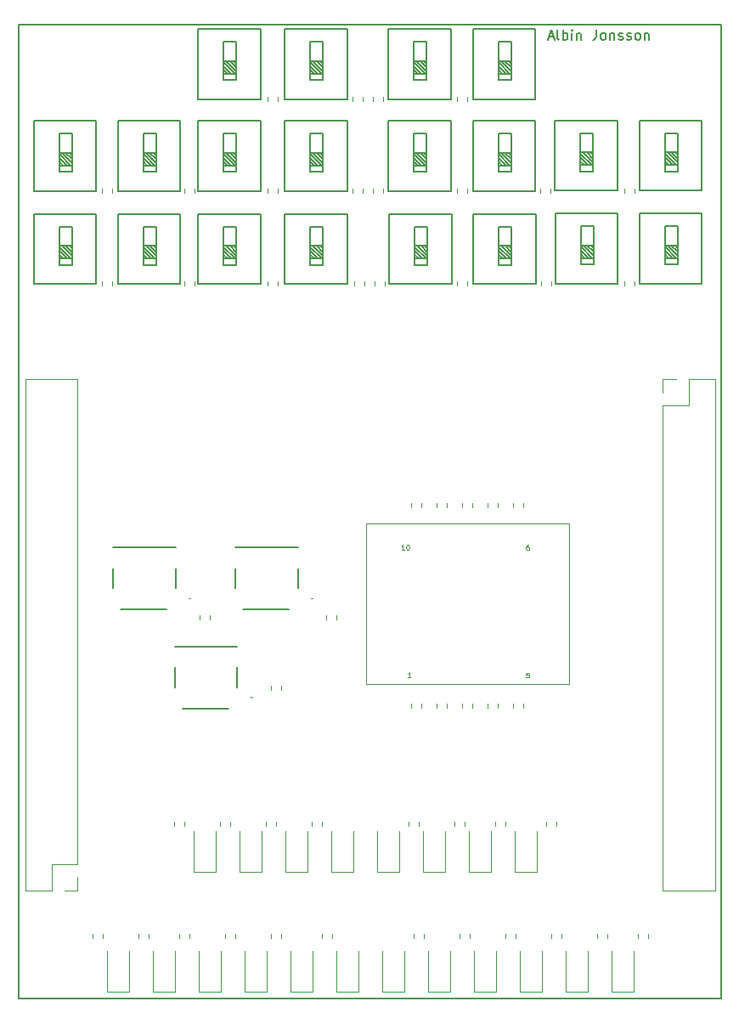
<source format=gbr>
%TF.GenerationSoftware,KiCad,Pcbnew,(6.0.2)*%
%TF.CreationDate,2022-03-31T22:04:23+02:00*%
%TF.ProjectId,ba_nano_version_2,62615f6e-616e-46f5-9f76-657273696f6e,rev?*%
%TF.SameCoordinates,Original*%
%TF.FileFunction,Legend,Top*%
%TF.FilePolarity,Positive*%
%FSLAX46Y46*%
G04 Gerber Fmt 4.6, Leading zero omitted, Abs format (unit mm)*
G04 Created by KiCad (PCBNEW (6.0.2)) date 2022-03-31 22:04:23*
%MOMM*%
%LPD*%
G01*
G04 APERTURE LIST*
%ADD10C,0.150000*%
%TA.AperFunction,Profile*%
%ADD11C,0.200000*%
%TD*%
%ADD12C,0.100000*%
%ADD13C,0.200000*%
%ADD14C,0.120000*%
G04 APERTURE END LIST*
D10*
X152476190Y-54166666D02*
X152952380Y-54166666D01*
X152380952Y-54452380D02*
X152714285Y-53452380D01*
X153047619Y-54452380D01*
X153523809Y-54452380D02*
X153428571Y-54404761D01*
X153380952Y-54309523D01*
X153380952Y-53452380D01*
X153904761Y-54452380D02*
X153904761Y-53452380D01*
X153904761Y-53833333D02*
X154000000Y-53785714D01*
X154190476Y-53785714D01*
X154285714Y-53833333D01*
X154333333Y-53880952D01*
X154380952Y-53976190D01*
X154380952Y-54261904D01*
X154333333Y-54357142D01*
X154285714Y-54404761D01*
X154190476Y-54452380D01*
X154000000Y-54452380D01*
X153904761Y-54404761D01*
X154809523Y-54452380D02*
X154809523Y-53785714D01*
X154809523Y-53452380D02*
X154761904Y-53500000D01*
X154809523Y-53547619D01*
X154857142Y-53500000D01*
X154809523Y-53452380D01*
X154809523Y-53547619D01*
X155285714Y-53785714D02*
X155285714Y-54452380D01*
X155285714Y-53880952D02*
X155333333Y-53833333D01*
X155428571Y-53785714D01*
X155571428Y-53785714D01*
X155666666Y-53833333D01*
X155714285Y-53928571D01*
X155714285Y-54452380D01*
X157238095Y-53452380D02*
X157238095Y-54166666D01*
X157190476Y-54309523D01*
X157095238Y-54404761D01*
X156952380Y-54452380D01*
X156857142Y-54452380D01*
X157857142Y-54452380D02*
X157761904Y-54404761D01*
X157714285Y-54357142D01*
X157666666Y-54261904D01*
X157666666Y-53976190D01*
X157714285Y-53880952D01*
X157761904Y-53833333D01*
X157857142Y-53785714D01*
X158000000Y-53785714D01*
X158095238Y-53833333D01*
X158142857Y-53880952D01*
X158190476Y-53976190D01*
X158190476Y-54261904D01*
X158142857Y-54357142D01*
X158095238Y-54404761D01*
X158000000Y-54452380D01*
X157857142Y-54452380D01*
X158619047Y-53785714D02*
X158619047Y-54452380D01*
X158619047Y-53880952D02*
X158666666Y-53833333D01*
X158761904Y-53785714D01*
X158904761Y-53785714D01*
X159000000Y-53833333D01*
X159047619Y-53928571D01*
X159047619Y-54452380D01*
X159476190Y-54404761D02*
X159571428Y-54452380D01*
X159761904Y-54452380D01*
X159857142Y-54404761D01*
X159904761Y-54309523D01*
X159904761Y-54261904D01*
X159857142Y-54166666D01*
X159761904Y-54119047D01*
X159619047Y-54119047D01*
X159523809Y-54071428D01*
X159476190Y-53976190D01*
X159476190Y-53928571D01*
X159523809Y-53833333D01*
X159619047Y-53785714D01*
X159761904Y-53785714D01*
X159857142Y-53833333D01*
X160285714Y-54404761D02*
X160380952Y-54452380D01*
X160571428Y-54452380D01*
X160666666Y-54404761D01*
X160714285Y-54309523D01*
X160714285Y-54261904D01*
X160666666Y-54166666D01*
X160571428Y-54119047D01*
X160428571Y-54119047D01*
X160333333Y-54071428D01*
X160285714Y-53976190D01*
X160285714Y-53928571D01*
X160333333Y-53833333D01*
X160428571Y-53785714D01*
X160571428Y-53785714D01*
X160666666Y-53833333D01*
X161285714Y-54452380D02*
X161190476Y-54404761D01*
X161142857Y-54357142D01*
X161095238Y-54261904D01*
X161095238Y-53976190D01*
X161142857Y-53880952D01*
X161190476Y-53833333D01*
X161285714Y-53785714D01*
X161428571Y-53785714D01*
X161523809Y-53833333D01*
X161571428Y-53880952D01*
X161619047Y-53976190D01*
X161619047Y-54261904D01*
X161571428Y-54357142D01*
X161523809Y-54404761D01*
X161428571Y-54452380D01*
X161285714Y-54452380D01*
X162047619Y-53785714D02*
X162047619Y-54452380D01*
X162047619Y-53880952D02*
X162095238Y-53833333D01*
X162190476Y-53785714D01*
X162333333Y-53785714D01*
X162428571Y-53833333D01*
X162476190Y-53928571D01*
X162476190Y-54452380D01*
D11*
X169658181Y-52980345D02*
X169658181Y-149982945D01*
X99655781Y-149982945D02*
X99655781Y-52980345D01*
X169658181Y-149982945D02*
X99655781Y-149982945D01*
X99655781Y-52980345D02*
X169658181Y-52980345D01*
D12*
%TO.C,U1*%
X150512447Y-117505990D02*
X150274352Y-117505990D01*
X150250542Y-117744085D01*
X150274352Y-117720276D01*
X150321971Y-117696466D01*
X150441019Y-117696466D01*
X150488638Y-117720276D01*
X150512447Y-117744085D01*
X150536257Y-117791704D01*
X150536257Y-117910752D01*
X150512447Y-117958371D01*
X150488638Y-117982180D01*
X150441019Y-118005990D01*
X150321971Y-118005990D01*
X150274352Y-117982180D01*
X150250542Y-117958371D01*
X150488638Y-104780590D02*
X150393400Y-104780590D01*
X150345780Y-104804400D01*
X150321971Y-104828209D01*
X150274352Y-104899638D01*
X150250542Y-104994876D01*
X150250542Y-105185352D01*
X150274352Y-105232971D01*
X150298161Y-105256780D01*
X150345780Y-105280590D01*
X150441019Y-105280590D01*
X150488638Y-105256780D01*
X150512447Y-105232971D01*
X150536257Y-105185352D01*
X150536257Y-105066304D01*
X150512447Y-105018685D01*
X150488638Y-104994876D01*
X150441019Y-104971066D01*
X150345780Y-104971066D01*
X150298161Y-104994876D01*
X150274352Y-105018685D01*
X150250542Y-105066304D01*
X138725257Y-117955190D02*
X138439542Y-117955190D01*
X138582400Y-117955190D02*
X138582400Y-117455190D01*
X138534780Y-117526619D01*
X138487161Y-117574238D01*
X138439542Y-117598047D01*
X138106161Y-105255190D02*
X137820447Y-105255190D01*
X137963304Y-105255190D02*
X137963304Y-104755190D01*
X137915685Y-104826619D01*
X137868066Y-104874238D01*
X137820447Y-104898047D01*
X138415685Y-104755190D02*
X138463304Y-104755190D01*
X138510923Y-104779000D01*
X138534733Y-104802809D01*
X138558542Y-104850428D01*
X138582352Y-104945666D01*
X138582352Y-105064714D01*
X138558542Y-105159952D01*
X138534733Y-105207571D01*
X138510923Y-105231380D01*
X138463304Y-105255190D01*
X138415685Y-105255190D01*
X138368066Y-105231380D01*
X138344257Y-105207571D01*
X138320447Y-105159952D01*
X138296638Y-105064714D01*
X138296638Y-104945666D01*
X138320447Y-104850428D01*
X138344257Y-104802809D01*
X138368066Y-104779000D01*
X138415685Y-104755190D01*
D13*
%TO.C,S3*%
X114393000Y-111209000D02*
X109793000Y-111209000D01*
X115293000Y-107109000D02*
X115293000Y-109109000D01*
X109093000Y-107109000D02*
X109093000Y-109109000D01*
X109093000Y-105009000D02*
X115293000Y-105009000D01*
D12*
X116643000Y-110109000D02*
X116643000Y-110109000D01*
X116743000Y-110109000D02*
X116743000Y-110109000D01*
X116643000Y-110109000D02*
G75*
G03*
X116743000Y-110109000I50000J0D01*
G01*
X116743000Y-110109000D02*
G75*
G03*
X116643000Y-110109000I-50000J0D01*
G01*
D13*
%TO.C,S2*%
X120564000Y-121083000D02*
X115964000Y-121083000D01*
X121464000Y-116983000D02*
X121464000Y-118983000D01*
X115264000Y-116983000D02*
X115264000Y-118983000D01*
X115264000Y-114883000D02*
X121464000Y-114883000D01*
D12*
X122814000Y-119983000D02*
X122814000Y-119983000D01*
X122914000Y-119983000D02*
X122914000Y-119983000D01*
X122814000Y-119983000D02*
G75*
G03*
X122914000Y-119983000I50000J0D01*
G01*
X122914000Y-119983000D02*
G75*
G03*
X122814000Y-119983000I-50000J0D01*
G01*
D13*
%TO.C,S1*%
X126585000Y-111209000D02*
X121985000Y-111209000D01*
X127485000Y-107109000D02*
X127485000Y-109109000D01*
X121285000Y-107109000D02*
X121285000Y-109109000D01*
X121285000Y-105009000D02*
X127485000Y-105009000D01*
D12*
X128835000Y-110109000D02*
X128835000Y-110109000D01*
X128935000Y-110109000D02*
X128935000Y-110109000D01*
X128835000Y-110109000D02*
G75*
G03*
X128935000Y-110109000I50000J0D01*
G01*
X128935000Y-110109000D02*
G75*
G03*
X128835000Y-110109000I-50000J0D01*
G01*
D14*
%TO.C,R53*%
X124790000Y-118817500D02*
X124790000Y-119257500D01*
X125810000Y-118817500D02*
X125810000Y-119257500D01*
%TO.C,R52*%
X130290000Y-112220000D02*
X130290000Y-111780000D01*
X131310000Y-112220000D02*
X131310000Y-111780000D01*
%TO.C,R51*%
X118710000Y-112220000D02*
X118710000Y-111780000D01*
X117690000Y-112220000D02*
X117690000Y-111780000D01*
%TO.C,R50*%
X148969000Y-120997000D02*
X148969000Y-120557000D01*
X149989000Y-120997000D02*
X149989000Y-120557000D01*
%TO.C,R49*%
X149989000Y-101058000D02*
X149989000Y-100618000D01*
X148969000Y-101058000D02*
X148969000Y-100618000D01*
%TO.C,R48*%
X146429000Y-120997000D02*
X146429000Y-120557000D01*
X147449000Y-120997000D02*
X147449000Y-120557000D01*
%TO.C,R47*%
X146429000Y-101058000D02*
X146429000Y-100618000D01*
X147449000Y-101058000D02*
X147449000Y-100618000D01*
%TO.C,R46*%
X143889000Y-120997000D02*
X143889000Y-120557000D01*
X144909000Y-120997000D02*
X144909000Y-120557000D01*
%TO.C,R45*%
X143889000Y-101058000D02*
X143889000Y-100618000D01*
X144909000Y-101058000D02*
X144909000Y-100618000D01*
%TO.C,R44*%
X141349000Y-120997000D02*
X141349000Y-120557000D01*
X142369000Y-120997000D02*
X142369000Y-120557000D01*
%TO.C,R43*%
X142369000Y-101058000D02*
X142369000Y-100618000D01*
X141349000Y-101058000D02*
X141349000Y-100618000D01*
%TO.C,R42*%
X138809000Y-120997000D02*
X138809000Y-120557000D01*
X139829000Y-120997000D02*
X139829000Y-120557000D01*
%TO.C,R41*%
X139829000Y-101058000D02*
X139829000Y-100618000D01*
X138809000Y-101058000D02*
X138809000Y-100618000D01*
%TO.C,U1*%
X134299000Y-102617000D02*
X154499000Y-102617000D01*
X154499000Y-102617000D02*
X154499000Y-118617000D01*
X154499000Y-118617000D02*
X134299000Y-118617000D01*
X134299000Y-118617000D02*
X134299000Y-102617000D01*
%TO.C,D9*%
X145019800Y-145212000D02*
X145019800Y-149312000D01*
X145019800Y-149312000D02*
X147209800Y-149312000D01*
X147209800Y-149312000D02*
X147209800Y-145212000D01*
%TO.C,R8*%
X143572800Y-143544000D02*
X143572800Y-143984000D01*
X144592800Y-143544000D02*
X144592800Y-143984000D01*
%TO.C,D20*%
X149083795Y-137363992D02*
X151273795Y-137363992D01*
X151273795Y-137363992D02*
X151273795Y-133263992D01*
X149083795Y-133263992D02*
X149083795Y-137363992D01*
%TO.C,R20*%
X153228800Y-132368000D02*
X153228800Y-132808000D01*
X152208800Y-132368000D02*
X152208800Y-132808000D01*
%TO.C,R3*%
X116652800Y-143544000D02*
X116652800Y-143984000D01*
X115632800Y-143544000D02*
X115632800Y-143984000D01*
%TO.C,D5*%
X128921800Y-149312000D02*
X128921800Y-145212000D01*
X126731800Y-149312000D02*
X128921800Y-149312000D01*
X126731800Y-145212000D02*
X126731800Y-149312000D01*
%TO.C,R34*%
X152783000Y-78960000D02*
X152783000Y-78520000D01*
X151763000Y-78960000D02*
X151763000Y-78520000D01*
%TO.C,R7*%
X139000800Y-143544000D02*
X139000800Y-143984000D01*
X140020800Y-143544000D02*
X140020800Y-143984000D01*
%TO.C,R1*%
X106996800Y-143544000D02*
X106996800Y-143984000D01*
X108016800Y-143544000D02*
X108016800Y-143984000D01*
%TO.C,R10*%
X153736800Y-143544000D02*
X153736800Y-143984000D01*
X152716800Y-143544000D02*
X152716800Y-143984000D01*
D10*
%TO.C,SW20*%
X107387420Y-71790560D02*
X107387420Y-78775560D01*
X104085420Y-76235560D02*
X103704420Y-75854560D01*
X104847420Y-76235560D02*
X103704420Y-75092560D01*
X101164420Y-78775560D02*
X101164420Y-71790560D01*
X103704420Y-76235560D02*
X104974420Y-76235560D01*
X101164420Y-71790560D02*
X107387420Y-71790560D01*
X103704420Y-74965560D02*
X104974420Y-74965560D01*
X104974420Y-73060560D02*
X104974420Y-76870560D01*
X104974420Y-75600560D02*
X104339420Y-74965560D01*
X107387420Y-78775560D02*
X101164420Y-78775560D01*
X104974420Y-76870560D02*
X103704420Y-76870560D01*
X104466420Y-76235560D02*
X103704420Y-75473560D01*
X104974420Y-75981560D02*
X103958420Y-74965560D01*
X104974420Y-75219560D02*
X104720420Y-74965560D01*
X103704420Y-76870560D02*
X103704420Y-73060560D01*
X103704420Y-73060560D02*
X104974420Y-73060560D01*
D14*
%TO.C,D19*%
X144511795Y-137363992D02*
X146701795Y-137363992D01*
X146701795Y-137363992D02*
X146701795Y-133263992D01*
X144511795Y-133263992D02*
X144511795Y-137363992D01*
%TO.C,D12*%
X158735800Y-145212000D02*
X158735800Y-149312000D01*
X158735800Y-149312000D02*
X160925800Y-149312000D01*
X160925800Y-149312000D02*
X160925800Y-145212000D01*
D10*
%TO.C,SW14*%
X155695680Y-73025000D02*
X156965680Y-73025000D01*
X155695680Y-76835000D02*
X155695680Y-73025000D01*
X156838680Y-76200000D02*
X155695680Y-75057000D01*
X156965680Y-75565000D02*
X156330680Y-74930000D01*
X156965680Y-73025000D02*
X156965680Y-76835000D01*
X156965680Y-75946000D02*
X155949680Y-74930000D01*
X156076680Y-76200000D02*
X155695680Y-75819000D01*
X153155680Y-78740000D02*
X153155680Y-71755000D01*
X156965680Y-76835000D02*
X155695680Y-76835000D01*
X156457680Y-76200000D02*
X155695680Y-75438000D01*
X155695680Y-76200000D02*
X156965680Y-76200000D01*
X153155680Y-71755000D02*
X159378680Y-71755000D01*
X159378680Y-71755000D02*
X159378680Y-78740000D01*
X156965680Y-75184000D02*
X156711680Y-74930000D01*
X155695680Y-74930000D02*
X156965680Y-74930000D01*
X159378680Y-78740000D02*
X153155680Y-78740000D01*
D14*
%TO.C,R35*%
X144401000Y-78960000D02*
X144401000Y-78520000D01*
X143381000Y-78960000D02*
X143381000Y-78520000D01*
%TO.C,R31*%
X116203000Y-69689000D02*
X116203000Y-69249000D01*
X117223000Y-69689000D02*
X117223000Y-69249000D01*
%TO.C,D2*%
X113015800Y-145212000D02*
X113015800Y-149312000D01*
X115205800Y-149312000D02*
X115205800Y-145212000D01*
X113015800Y-149312000D02*
X115205800Y-149312000D01*
%TO.C,R36*%
X135126000Y-78960000D02*
X135126000Y-78520000D01*
X136146000Y-78960000D02*
X136146000Y-78520000D01*
%TO.C,R5*%
X124776800Y-143544000D02*
X124776800Y-143984000D01*
X125796800Y-143544000D02*
X125796800Y-143984000D01*
%TO.C,R21*%
X143381000Y-60545000D02*
X143381000Y-60105000D01*
X144401000Y-60545000D02*
X144401000Y-60105000D01*
%TO.C,R38*%
X124458000Y-78960000D02*
X124458000Y-78520000D01*
X125478000Y-78960000D02*
X125478000Y-78520000D01*
D10*
%TO.C,SW19*%
X109556580Y-78775560D02*
X109556580Y-71790560D01*
X113366580Y-75219560D02*
X113112580Y-74965560D01*
X112477580Y-76235560D02*
X112096580Y-75854560D01*
X112096580Y-76870560D02*
X112096580Y-73060560D01*
X113366580Y-75981560D02*
X112350580Y-74965560D01*
X115779580Y-71790560D02*
X115779580Y-78775560D01*
X115779580Y-78775560D02*
X109556580Y-78775560D01*
X113239580Y-76235560D02*
X112096580Y-75092560D01*
X113366580Y-73060560D02*
X113366580Y-76870560D01*
X112096580Y-73060560D02*
X113366580Y-73060560D01*
X113366580Y-76870560D02*
X112096580Y-76870560D01*
X113366580Y-75600560D02*
X112731580Y-74965560D01*
X109556580Y-71790560D02*
X115779580Y-71790560D01*
X112858580Y-76235560D02*
X112096580Y-75473560D01*
X112096580Y-74965560D02*
X113366580Y-74965560D01*
X112096580Y-76235560D02*
X113366580Y-76235560D01*
D14*
%TO.C,R23*%
X133987000Y-60545000D02*
X133987000Y-60105000D01*
X132967000Y-60545000D02*
X132967000Y-60105000D01*
D10*
%TO.C,SW10*%
X121339640Y-67624960D02*
X120069640Y-67624960D01*
X120069640Y-67624960D02*
X120069640Y-63814960D01*
X120069640Y-66989960D02*
X121339640Y-66989960D01*
X121212640Y-66989960D02*
X120069640Y-65846960D01*
X117529640Y-62544960D02*
X123752640Y-62544960D01*
X120069640Y-63814960D02*
X121339640Y-63814960D01*
X120069640Y-65719960D02*
X121339640Y-65719960D01*
X123752640Y-69529960D02*
X117529640Y-69529960D01*
X123752640Y-62544960D02*
X123752640Y-69529960D01*
X117529640Y-69529960D02*
X117529640Y-62544960D01*
X121339640Y-63814960D02*
X121339640Y-67624960D01*
X121339640Y-65973960D02*
X121085640Y-65719960D01*
X121339640Y-66354960D02*
X120704640Y-65719960D01*
X120831640Y-66989960D02*
X120069640Y-66227960D01*
X121339640Y-66735960D02*
X120323640Y-65719960D01*
X120450640Y-66989960D02*
X120069640Y-66608960D01*
D14*
%TO.C,R4*%
X121224800Y-143544000D02*
X121224800Y-143984000D01*
X120204800Y-143544000D02*
X120204800Y-143984000D01*
%TO.C,D1*%
X110633800Y-149312000D02*
X110633800Y-145212000D01*
X108443800Y-145212000D02*
X108443800Y-149312000D01*
X108443800Y-149312000D02*
X110633800Y-149312000D01*
%TO.C,R28*%
X134999000Y-69689000D02*
X134999000Y-69249000D01*
X136019000Y-69689000D02*
X136019000Y-69249000D01*
%TO.C,R33*%
X161038000Y-78960000D02*
X161038000Y-78520000D01*
X160018000Y-78960000D02*
X160018000Y-78520000D01*
%TO.C,R17*%
X138492800Y-132368000D02*
X138492800Y-132808000D01*
X139512800Y-132368000D02*
X139512800Y-132808000D01*
%TO.C,R11*%
X157288800Y-143544000D02*
X157288800Y-143984000D01*
X158308800Y-143544000D02*
X158308800Y-143984000D01*
%TO.C,R14*%
X119696800Y-132368000D02*
X119696800Y-132808000D01*
X120716800Y-132368000D02*
X120716800Y-132808000D01*
%TO.C,R18*%
X144084800Y-132368000D02*
X144084800Y-132808000D01*
X143064800Y-132368000D02*
X143064800Y-132808000D01*
%TO.C,D13*%
X119269800Y-137363992D02*
X119269800Y-133263992D01*
X117079800Y-137363992D02*
X119269800Y-137363992D01*
X117079800Y-133263992D02*
X117079800Y-137363992D01*
D10*
%TO.C,SW18*%
X121339640Y-73060560D02*
X121339640Y-76870560D01*
X121339640Y-75981560D02*
X120323640Y-74965560D01*
X120831640Y-76235560D02*
X120069640Y-75473560D01*
X120069640Y-76870560D02*
X120069640Y-73060560D01*
X120069640Y-74965560D02*
X121339640Y-74965560D01*
X123752640Y-71790560D02*
X123752640Y-78775560D01*
X121212640Y-76235560D02*
X120069640Y-75092560D01*
X120450640Y-76235560D02*
X120069640Y-75854560D01*
X120069640Y-76235560D02*
X121339640Y-76235560D01*
X121339640Y-76870560D02*
X120069640Y-76870560D01*
X121339640Y-75600560D02*
X120704640Y-74965560D01*
X123752640Y-78775560D02*
X117529640Y-78775560D01*
X117529640Y-71790560D02*
X123752640Y-71790560D01*
X117529640Y-78775560D02*
X117529640Y-71790560D01*
X121339640Y-75219560D02*
X121085640Y-74965560D01*
X120069640Y-73060560D02*
X121339640Y-73060560D01*
%TO.C,SW3*%
X129096800Y-57845960D02*
X128715800Y-57464960D01*
X129985800Y-57210960D02*
X129350800Y-56575960D01*
X129985800Y-58480960D02*
X128715800Y-58480960D01*
X132398800Y-53400960D02*
X132398800Y-60385960D01*
X129858800Y-57845960D02*
X128715800Y-56702960D01*
X128715800Y-58480960D02*
X128715800Y-54670960D01*
X129477800Y-57845960D02*
X128715800Y-57083960D01*
X129985800Y-54670960D02*
X129985800Y-58480960D01*
X129985800Y-57591960D02*
X128969800Y-56575960D01*
X132398800Y-60385960D02*
X126175800Y-60385960D01*
X128715800Y-56575960D02*
X129985800Y-56575960D01*
X126175800Y-60385960D02*
X126175800Y-53400960D01*
X129985800Y-56829960D02*
X129731800Y-56575960D01*
X128715800Y-54670960D02*
X129985800Y-54670960D01*
X126175800Y-53400960D02*
X132398800Y-53400960D01*
X128715800Y-57845960D02*
X129985800Y-57845960D01*
D14*
%TO.C,D10*%
X151781800Y-149312000D02*
X151781800Y-145212000D01*
X149591800Y-149312000D02*
X151781800Y-149312000D01*
X149591800Y-145212000D02*
X149591800Y-149312000D01*
%TO.C,R24*%
X125478000Y-60545000D02*
X125478000Y-60105000D01*
X124458000Y-60545000D02*
X124458000Y-60105000D01*
D10*
%TO.C,SW16*%
X139907040Y-76235560D02*
X139145040Y-75473560D01*
X140415040Y-73060560D02*
X140415040Y-76870560D01*
X139145040Y-74965560D02*
X140415040Y-74965560D01*
X140415040Y-75981560D02*
X139399040Y-74965560D01*
X140288040Y-76235560D02*
X139145040Y-75092560D01*
X142828040Y-71790560D02*
X142828040Y-78775560D01*
X140415040Y-75600560D02*
X139780040Y-74965560D01*
X140415040Y-76870560D02*
X139145040Y-76870560D01*
X140415040Y-75219560D02*
X140161040Y-74965560D01*
X139145040Y-76235560D02*
X140415040Y-76235560D01*
X142828040Y-78775560D02*
X136605040Y-78775560D01*
X136605040Y-71790560D02*
X142828040Y-71790560D01*
X139145040Y-76870560D02*
X139145040Y-73060560D01*
X139145040Y-73060560D02*
X140415040Y-73060560D01*
X136605040Y-78775560D02*
X136605040Y-71790560D01*
X139526040Y-76235560D02*
X139145040Y-75854560D01*
D14*
%TO.C,R6*%
X129856800Y-143544000D02*
X129856800Y-143984000D01*
X130876800Y-143544000D02*
X130876800Y-143984000D01*
%TO.C,R37*%
X133094000Y-78960000D02*
X133094000Y-78520000D01*
X134114000Y-78960000D02*
X134114000Y-78520000D01*
D10*
%TO.C,SW15*%
X151194800Y-78775560D02*
X144971800Y-78775560D01*
X148781800Y-75981560D02*
X147765800Y-74965560D01*
X144971800Y-71790560D02*
X151194800Y-71790560D01*
X151194800Y-71790560D02*
X151194800Y-78775560D01*
X144971800Y-78775560D02*
X144971800Y-71790560D01*
X148273800Y-76235560D02*
X147511800Y-75473560D01*
X148781800Y-75600560D02*
X148146800Y-74965560D01*
X147511800Y-74965560D02*
X148781800Y-74965560D01*
X147511800Y-76235560D02*
X148781800Y-76235560D01*
X148654800Y-76235560D02*
X147511800Y-75092560D01*
X147511800Y-73060560D02*
X148781800Y-73060560D01*
X147892800Y-76235560D02*
X147511800Y-75854560D01*
X148781800Y-75219560D02*
X148527800Y-74965560D01*
X147511800Y-76870560D02*
X147511800Y-73060560D01*
X148781800Y-73060560D02*
X148781800Y-76870560D01*
X148781800Y-76870560D02*
X147511800Y-76870560D01*
%TO.C,SW2*%
X142731520Y-53400960D02*
X142731520Y-60385960D01*
X139810520Y-57845960D02*
X139048520Y-57083960D01*
X140318520Y-56829960D02*
X140064520Y-56575960D01*
X139429520Y-57845960D02*
X139048520Y-57464960D01*
X142731520Y-60385960D02*
X136508520Y-60385960D01*
X139048520Y-57845960D02*
X140318520Y-57845960D01*
X136508520Y-53400960D02*
X142731520Y-53400960D01*
X140318520Y-57591960D02*
X139302520Y-56575960D01*
X139048520Y-56575960D02*
X140318520Y-56575960D01*
X140191520Y-57845960D02*
X139048520Y-56702960D01*
X140318520Y-57210960D02*
X139683520Y-56575960D01*
X139048520Y-54670960D02*
X140318520Y-54670960D01*
X140318520Y-54670960D02*
X140318520Y-58480960D01*
X140318520Y-58480960D02*
X139048520Y-58480960D01*
X136508520Y-60385960D02*
X136508520Y-53400960D01*
X139048520Y-58480960D02*
X139048520Y-54670960D01*
D14*
%TO.C,D4*%
X122159800Y-145212000D02*
X122159800Y-149312000D01*
X124349800Y-149312000D02*
X124349800Y-145212000D01*
X122159800Y-149312000D02*
X124349800Y-149312000D01*
D10*
%TO.C,SW6*%
X156909800Y-66700400D02*
X155893800Y-65684400D01*
X155639800Y-66954400D02*
X156909800Y-66954400D01*
X153099800Y-62509400D02*
X159322800Y-62509400D01*
X153099800Y-69494400D02*
X153099800Y-62509400D01*
X155639800Y-65684400D02*
X156909800Y-65684400D01*
X156909800Y-65938400D02*
X156655800Y-65684400D01*
X156782800Y-66954400D02*
X155639800Y-65811400D01*
X156020800Y-66954400D02*
X155639800Y-66573400D01*
X156401800Y-66954400D02*
X155639800Y-66192400D01*
X156909800Y-67589400D02*
X155639800Y-67589400D01*
X155639800Y-63779400D02*
X156909800Y-63779400D01*
X156909800Y-66319400D02*
X156274800Y-65684400D01*
X159322800Y-62509400D02*
X159322800Y-69494400D01*
X156909800Y-63779400D02*
X156909800Y-67589400D01*
X159322800Y-69494400D02*
X153099800Y-69494400D01*
X155639800Y-67589400D02*
X155639800Y-63779400D01*
D14*
%TO.C,R25*%
X161038000Y-69689000D02*
X161038000Y-69249000D01*
X160018000Y-69689000D02*
X160018000Y-69249000D01*
D10*
%TO.C,SW11*%
X109556580Y-62544960D02*
X115779580Y-62544960D01*
X113366580Y-65973960D02*
X113112580Y-65719960D01*
X113366580Y-63814960D02*
X113366580Y-67624960D01*
X113366580Y-66354960D02*
X112731580Y-65719960D01*
X113366580Y-67624960D02*
X112096580Y-67624960D01*
X113239580Y-66989960D02*
X112096580Y-65846960D01*
X112477580Y-66989960D02*
X112096580Y-66608960D01*
X112858580Y-66989960D02*
X112096580Y-66227960D01*
X109556580Y-69529960D02*
X109556580Y-62544960D01*
X115779580Y-69529960D02*
X109556580Y-69529960D01*
X113366580Y-66735960D02*
X112350580Y-65719960D01*
X112096580Y-63814960D02*
X113366580Y-63814960D01*
X115779580Y-62544960D02*
X115779580Y-69529960D01*
X112096580Y-65719960D02*
X113366580Y-65719960D01*
X112096580Y-66989960D02*
X113366580Y-66989960D01*
X112096580Y-67624960D02*
X112096580Y-63814960D01*
D14*
%TO.C,R16*%
X128840800Y-132368000D02*
X128840800Y-132808000D01*
X129860800Y-132368000D02*
X129860800Y-132808000D01*
D10*
%TO.C,SW5*%
X165329900Y-67589400D02*
X164059900Y-67589400D01*
X167742900Y-69494400D02*
X161519900Y-69494400D01*
X164059900Y-63779400D02*
X165329900Y-63779400D01*
X165329900Y-66319400D02*
X164694900Y-65684400D01*
X165329900Y-65938400D02*
X165075900Y-65684400D01*
X164440900Y-66954400D02*
X164059900Y-66573400D01*
X161519900Y-69494400D02*
X161519900Y-62509400D01*
X164059900Y-65684400D02*
X165329900Y-65684400D01*
X164059900Y-67589400D02*
X164059900Y-63779400D01*
X165202900Y-66954400D02*
X164059900Y-65811400D01*
X161519900Y-62509400D02*
X167742900Y-62509400D01*
X165329900Y-66700400D02*
X164313900Y-65684400D01*
X165329900Y-63779400D02*
X165329900Y-67589400D01*
X164821900Y-66954400D02*
X164059900Y-66192400D01*
X167742900Y-62509400D02*
X167742900Y-69494400D01*
X164059900Y-66954400D02*
X165329900Y-66954400D01*
D14*
%TO.C,R22*%
X134999000Y-60545000D02*
X134999000Y-60105000D01*
X136019000Y-60545000D02*
X136019000Y-60105000D01*
%TO.C,D8*%
X142637800Y-149312000D02*
X142637800Y-145212000D01*
X140447800Y-149312000D02*
X142637800Y-149312000D01*
X140447800Y-145212000D02*
X140447800Y-149312000D01*
D10*
%TO.C,SW1*%
X151149080Y-53400960D02*
X151149080Y-60385960D01*
X148736080Y-58480960D02*
X147466080Y-58480960D01*
X144926080Y-53400960D02*
X151149080Y-53400960D01*
X148736080Y-57210960D02*
X148101080Y-56575960D01*
X147466080Y-58480960D02*
X147466080Y-54670960D01*
X151149080Y-60385960D02*
X144926080Y-60385960D01*
X148609080Y-57845960D02*
X147466080Y-56702960D01*
X147466080Y-57845960D02*
X148736080Y-57845960D01*
X148736080Y-57591960D02*
X147720080Y-56575960D01*
X144926080Y-60385960D02*
X144926080Y-53400960D01*
X147466080Y-56575960D02*
X148736080Y-56575960D01*
X148736080Y-54670960D02*
X148736080Y-58480960D01*
X148228080Y-57845960D02*
X147466080Y-57083960D01*
X147466080Y-54670960D02*
X148736080Y-54670960D01*
X147847080Y-57845960D02*
X147466080Y-57464960D01*
X148736080Y-56829960D02*
X148482080Y-56575960D01*
D14*
%TO.C,D3*%
X119777800Y-149312000D02*
X119777800Y-145212000D01*
X117587800Y-145212000D02*
X117587800Y-149312000D01*
X117587800Y-149312000D02*
X119777800Y-149312000D01*
%TO.C,R2*%
X111568800Y-143544000D02*
X111568800Y-143984000D01*
X112588800Y-143544000D02*
X112588800Y-143984000D01*
%TO.C,R27*%
X144401000Y-69689000D02*
X144401000Y-69249000D01*
X143381000Y-69689000D02*
X143381000Y-69249000D01*
%TO.C,R13*%
X115124800Y-132368000D02*
X115124800Y-132808000D01*
X116144800Y-132368000D02*
X116144800Y-132808000D01*
%TO.C,D17*%
X137557795Y-137363992D02*
X137557795Y-133263992D01*
X135367795Y-137363992D02*
X137557795Y-137363992D01*
X135367795Y-133263992D02*
X135367795Y-137363992D01*
D10*
%TO.C,SW4*%
X123752640Y-60385960D02*
X117529640Y-60385960D01*
X120831640Y-57845960D02*
X120069640Y-57083960D01*
X120069640Y-54670960D02*
X121339640Y-54670960D01*
X121339640Y-57591960D02*
X120323640Y-56575960D01*
X120069640Y-58480960D02*
X120069640Y-54670960D01*
X121339640Y-58480960D02*
X120069640Y-58480960D01*
X117529640Y-60385960D02*
X117529640Y-53400960D01*
X120069640Y-56575960D02*
X121339640Y-56575960D01*
X121339640Y-57210960D02*
X120704640Y-56575960D01*
X121212640Y-57845960D02*
X120069640Y-56702960D01*
X121339640Y-54670960D02*
X121339640Y-58480960D01*
X123752640Y-53400960D02*
X123752640Y-60385960D01*
X121339640Y-56829960D02*
X121085640Y-56575960D01*
X120069640Y-57845960D02*
X121339640Y-57845960D01*
X120450640Y-57845960D02*
X120069640Y-57464960D01*
X117529640Y-53400960D02*
X123752640Y-53400960D01*
%TO.C,SW7*%
X148736080Y-65973960D02*
X148482080Y-65719960D01*
X151149080Y-69529960D02*
X144926080Y-69529960D01*
X148736080Y-67624960D02*
X147466080Y-67624960D01*
X147466080Y-67624960D02*
X147466080Y-63814960D01*
X147847080Y-66989960D02*
X147466080Y-66608960D01*
X148736080Y-66354960D02*
X148101080Y-65719960D01*
X151149080Y-62544960D02*
X151149080Y-69529960D01*
X148736080Y-66735960D02*
X147720080Y-65719960D01*
X144926080Y-62544960D02*
X151149080Y-62544960D01*
X148609080Y-66989960D02*
X147466080Y-65846960D01*
X144926080Y-69529960D02*
X144926080Y-62544960D01*
X147466080Y-63814960D02*
X148736080Y-63814960D01*
X148228080Y-66989960D02*
X147466080Y-66227960D01*
X147466080Y-65719960D02*
X148736080Y-65719960D01*
X147466080Y-66989960D02*
X148736080Y-66989960D01*
X148736080Y-63814960D02*
X148736080Y-67624960D01*
D14*
%TO.C,D18*%
X139939795Y-133263992D02*
X139939795Y-137363992D01*
X139939795Y-137363992D02*
X142129795Y-137363992D01*
X142129795Y-137363992D02*
X142129795Y-133263992D01*
%TO.C,J1*%
X105546200Y-136613900D02*
X105546200Y-88293900D01*
X105546200Y-139213900D02*
X104216200Y-139213900D01*
X105546200Y-88293900D02*
X100346200Y-88293900D01*
X105546200Y-137883900D02*
X105546200Y-139213900D01*
X105546200Y-136613900D02*
X102946200Y-136613900D01*
X100346200Y-139213900D02*
X100346200Y-88293900D01*
X102946200Y-136613900D02*
X102946200Y-139213900D01*
X102946200Y-139213900D02*
X100346200Y-139213900D01*
D10*
%TO.C,SW9*%
X129477800Y-66989960D02*
X128715800Y-66227960D01*
X128715800Y-63814960D02*
X129985800Y-63814960D01*
X132398800Y-69529960D02*
X126175800Y-69529960D01*
X128715800Y-67624960D02*
X128715800Y-63814960D01*
X128715800Y-65719960D02*
X129985800Y-65719960D01*
X128715800Y-66989960D02*
X129985800Y-66989960D01*
X132398800Y-62544960D02*
X132398800Y-69529960D01*
X129985800Y-65973960D02*
X129731800Y-65719960D01*
X129096800Y-66989960D02*
X128715800Y-66608960D01*
X129985800Y-63814960D02*
X129985800Y-67624960D01*
X126175800Y-62544960D02*
X132398800Y-62544960D01*
X126175800Y-69529960D02*
X126175800Y-62544960D01*
X129985800Y-66735960D02*
X128969800Y-65719960D01*
X129985800Y-66354960D02*
X129350800Y-65719960D01*
X129858800Y-66989960D02*
X128715800Y-65846960D01*
X129985800Y-67624960D02*
X128715800Y-67624960D01*
%TO.C,SW12*%
X104466420Y-66989960D02*
X103704420Y-66227960D01*
X104974420Y-63814960D02*
X104974420Y-67624960D01*
X101164420Y-62544960D02*
X107387420Y-62544960D01*
X104974420Y-65973960D02*
X104720420Y-65719960D01*
X104974420Y-67624960D02*
X103704420Y-67624960D01*
X101164420Y-69529960D02*
X101164420Y-62544960D01*
X104085420Y-66989960D02*
X103704420Y-66608960D01*
X107387420Y-62544960D02*
X107387420Y-69529960D01*
X103704420Y-63814960D02*
X104974420Y-63814960D01*
X103704420Y-67624960D02*
X103704420Y-63814960D01*
X104974420Y-66354960D02*
X104339420Y-65719960D01*
X104847420Y-66989960D02*
X103704420Y-65846960D01*
X103704420Y-66989960D02*
X104974420Y-66989960D01*
X107387420Y-69529960D02*
X101164420Y-69529960D01*
X104974420Y-66735960D02*
X103958420Y-65719960D01*
X103704420Y-65719960D02*
X104974420Y-65719960D01*
D14*
%TO.C,D16*%
X130795800Y-133264000D02*
X130795800Y-137364000D01*
X130795800Y-137364000D02*
X132985800Y-137364000D01*
X132985800Y-137364000D02*
X132985800Y-133264000D01*
%TO.C,R39*%
X116203000Y-78960000D02*
X116203000Y-78520000D01*
X117223000Y-78960000D02*
X117223000Y-78520000D01*
%TO.C,R19*%
X148148800Y-132368000D02*
X148148800Y-132808000D01*
X147128800Y-132368000D02*
X147128800Y-132808000D01*
D10*
%TO.C,SW8*%
X139048520Y-66989960D02*
X140318520Y-66989960D01*
X136508520Y-69529960D02*
X136508520Y-62544960D01*
X139810520Y-66989960D02*
X139048520Y-66227960D01*
X139048520Y-63814960D02*
X140318520Y-63814960D01*
X136508520Y-62544960D02*
X142731520Y-62544960D01*
X140191520Y-66989960D02*
X139048520Y-65846960D01*
X140318520Y-63814960D02*
X140318520Y-67624960D01*
X139429520Y-66989960D02*
X139048520Y-66608960D01*
X140318520Y-66354960D02*
X139683520Y-65719960D01*
X140318520Y-67624960D02*
X139048520Y-67624960D01*
X140318520Y-65973960D02*
X140064520Y-65719960D01*
X140318520Y-66735960D02*
X139302520Y-65719960D01*
X142731520Y-69529960D02*
X136508520Y-69529960D01*
X139048520Y-67624960D02*
X139048520Y-63814960D01*
X139048520Y-65719960D02*
X140318520Y-65719960D01*
X142731520Y-62544960D02*
X142731520Y-69529960D01*
D14*
%TO.C,R40*%
X107948000Y-78960000D02*
X107948000Y-78520000D01*
X108968000Y-78960000D02*
X108968000Y-78520000D01*
D10*
%TO.C,SW17*%
X129096800Y-76235560D02*
X128715800Y-75854560D01*
X132398800Y-71790560D02*
X132398800Y-78775560D01*
X129985800Y-75600560D02*
X129350800Y-74965560D01*
X126175800Y-71790560D02*
X132398800Y-71790560D01*
X129985800Y-75219560D02*
X129731800Y-74965560D01*
X129858800Y-76235560D02*
X128715800Y-75092560D01*
X128715800Y-76870560D02*
X128715800Y-73060560D01*
X129985800Y-76870560D02*
X128715800Y-76870560D01*
X128715800Y-73060560D02*
X129985800Y-73060560D01*
X132398800Y-78775560D02*
X126175800Y-78775560D01*
X129477800Y-76235560D02*
X128715800Y-75473560D01*
X128715800Y-76235560D02*
X129985800Y-76235560D01*
X128715800Y-74965560D02*
X129985800Y-74965560D01*
X126175800Y-78775560D02*
X126175800Y-71790560D01*
X129985800Y-75981560D02*
X128969800Y-74965560D01*
X129985800Y-73060560D02*
X129985800Y-76870560D01*
D14*
%TO.C,J2*%
X169058900Y-88293900D02*
X169058900Y-139213900D01*
X163858900Y-89623900D02*
X163858900Y-88293900D01*
X166458900Y-88293900D02*
X169058900Y-88293900D01*
X163858900Y-88293900D02*
X165188900Y-88293900D01*
X163858900Y-90893900D02*
X163858900Y-139213900D01*
X166458900Y-90893900D02*
X166458900Y-88293900D01*
X163858900Y-139213900D02*
X169058900Y-139213900D01*
X163858900Y-90893900D02*
X166458900Y-90893900D01*
D10*
%TO.C,SW13*%
X167770840Y-78740000D02*
X161547840Y-78740000D01*
X164087840Y-73025000D02*
X165357840Y-73025000D01*
X167770840Y-71755000D02*
X167770840Y-78740000D01*
X164087840Y-76835000D02*
X164087840Y-73025000D01*
X164087840Y-76200000D02*
X165357840Y-76200000D01*
X164087840Y-74930000D02*
X165357840Y-74930000D01*
X161547840Y-78740000D02*
X161547840Y-71755000D01*
X164849840Y-76200000D02*
X164087840Y-75438000D01*
X161547840Y-71755000D02*
X167770840Y-71755000D01*
X165357840Y-73025000D02*
X165357840Y-76835000D01*
X165230840Y-76200000D02*
X164087840Y-75057000D01*
X165357840Y-75946000D02*
X164341840Y-74930000D01*
X164468840Y-76200000D02*
X164087840Y-75819000D01*
X165357840Y-75565000D02*
X164722840Y-74930000D01*
X165357840Y-75184000D02*
X165103840Y-74930000D01*
X165357840Y-76835000D02*
X164087840Y-76835000D01*
D14*
%TO.C,D14*%
X121651795Y-133263992D02*
X121651795Y-137363992D01*
X121651795Y-137363992D02*
X123841795Y-137363992D01*
X123841795Y-137363992D02*
X123841795Y-133263992D01*
%TO.C,R32*%
X108968000Y-69689000D02*
X108968000Y-69249000D01*
X107948000Y-69689000D02*
X107948000Y-69249000D01*
%TO.C,R29*%
X133987000Y-69689000D02*
X133987000Y-69249000D01*
X132967000Y-69689000D02*
X132967000Y-69249000D01*
%TO.C,R9*%
X148144800Y-143544000D02*
X148144800Y-143984000D01*
X149164800Y-143544000D02*
X149164800Y-143984000D01*
%TO.C,D6*%
X133493800Y-149312000D02*
X133493800Y-145212000D01*
X131303800Y-145212000D02*
X131303800Y-149312000D01*
X131303800Y-149312000D02*
X133493800Y-149312000D01*
%TO.C,D11*%
X154163800Y-149312000D02*
X156353800Y-149312000D01*
X154163800Y-145212000D02*
X154163800Y-149312000D01*
X156353800Y-149312000D02*
X156353800Y-145212000D01*
%TO.C,R12*%
X161352800Y-143544000D02*
X161352800Y-143984000D01*
X162372800Y-143544000D02*
X162372800Y-143984000D01*
%TO.C,D15*%
X126223795Y-133264000D02*
X126223795Y-137364000D01*
X128413795Y-137364000D02*
X128413795Y-133264000D01*
X126223795Y-137364000D02*
X128413795Y-137364000D01*
%TO.C,R30*%
X124458000Y-69689000D02*
X124458000Y-69249000D01*
X125478000Y-69689000D02*
X125478000Y-69249000D01*
%TO.C,R15*%
X124268800Y-132368000D02*
X124268800Y-132808000D01*
X125288800Y-132368000D02*
X125288800Y-132808000D01*
%TO.C,D7*%
X135875800Y-145212000D02*
X135875800Y-149312000D01*
X138065800Y-149312000D02*
X138065800Y-145212000D01*
X135875800Y-149312000D02*
X138065800Y-149312000D01*
%TO.C,R26*%
X151636000Y-69689000D02*
X151636000Y-69249000D01*
X152656000Y-69689000D02*
X152656000Y-69249000D01*
%TD*%
M02*

</source>
